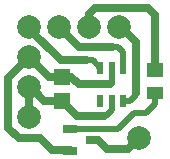
<source format=gtl>
G04 Layer: TopLayer*
G04 EasyEDA v6.5.22, 2023-01-29 16:20:57*
G04 7520cde8495a43b9bb6cbe3639bf649a,cd312f753a894c7fad135853063bf967,10*
G04 Gerber Generator version 0.2*
G04 Scale: 100 percent, Rotated: No, Reflected: No *
G04 Dimensions in millimeters *
G04 leading zeros omitted , absolute positions ,4 integer and 5 decimal *
%FSLAX45Y45*%
%MOMM*%

%AMMACRO1*21,1,$1,$2,0,0,$3*%
%ADD10C,0.7000*%
%ADD11C,0.5000*%
%ADD12R,1.2500X0.7000*%
%ADD13R,0.5500X1.0000*%
%ADD14MACRO1,1.35X1.41X0.0000*%
%ADD15R,1.3500X1.4100*%
%ADD16MACRO1,1.377X1.1325X0.0000*%
%ADD17R,1.3770X1.1325*%
%ADD18C,2.0000*%

%LPD*%
D10*
X1155700Y-1168400D02*
G01*
X1066800Y-1257300D01*
X889000Y-1257300D01*
X812800Y-1181100D01*
X773099Y-1181100D01*
D11*
X573100Y-1086104D02*
G01*
X983995Y-1086104D01*
X1117600Y-952500D01*
X1219200Y-952500D01*
X1295400Y-876300D01*
X1295400Y-785799D01*
D10*
X228600Y-482600D02*
G01*
X50800Y-660400D01*
X50800Y-1079500D01*
X139700Y-1168400D01*
X317500Y-1168400D01*
X419100Y-1270000D01*
X571500Y-1270000D01*
X228600Y-736600D02*
G01*
X228600Y-990600D01*
X508000Y-849299D02*
G01*
X357200Y-849299D01*
X244500Y-736600D01*
X228600Y-736600D01*
X508000Y-649300D02*
G01*
X395300Y-649300D01*
X228600Y-482600D01*
X228600Y-482600D01*
X914400Y-711200D02*
G01*
X647700Y-711200D01*
X585800Y-649300D01*
X508000Y-649300D01*
D11*
X927100Y-571195D02*
G01*
X927100Y-711200D01*
D10*
X736600Y-228600D02*
G01*
X736600Y-114300D01*
X787400Y-63500D01*
X1231900Y-63500D01*
X1295400Y-127000D01*
X1295400Y-585723D01*
D11*
X1022095Y-571245D02*
G01*
X1022095Y-437895D01*
X977900Y-393700D01*
X927100Y-393700D01*
D10*
X482600Y-228600D02*
G01*
X647700Y-393700D01*
X927100Y-393700D01*
D11*
X832104Y-571195D02*
G01*
X768908Y-508000D01*
X711200Y-508000D01*
D10*
X1130300Y-355600D02*
G01*
X1003300Y-228600D01*
X990600Y-228600D01*
X1130300Y-787400D02*
G01*
X1130300Y-368300D01*
X228600Y-241300D02*
G01*
X495300Y-508000D01*
X711200Y-508000D01*
D11*
X1022095Y-851154D02*
G01*
X1079500Y-850900D01*
X1130300Y-800100D01*
X1130300Y-787400D01*
D10*
X863600Y-977900D02*
G01*
X636600Y-977900D01*
X508000Y-849299D01*
D11*
X927100Y-851204D02*
G01*
X927100Y-927100D01*
X876300Y-977900D01*
D12*
G01*
X573100Y-1086104D03*
G01*
X573100Y-1276095D03*
G01*
X773099Y-1181100D03*
D13*
G01*
X832104Y-571195D03*
G01*
X927100Y-571195D03*
G01*
X1022095Y-571195D03*
G01*
X1022095Y-851204D03*
G01*
X927100Y-851204D03*
G01*
X832104Y-851204D03*
D14*
G01*
X508000Y-849302D03*
D15*
G01*
X508000Y-649300D03*
D16*
G01*
X1295400Y-585795D03*
D17*
G01*
X1295400Y-785799D03*
D18*
G01*
X990600Y-228600D03*
G01*
X228600Y-228600D03*
G01*
X482600Y-228600D03*
G01*
X736600Y-228600D03*
G01*
X228600Y-990600D03*
G01*
X228600Y-736600D03*
G01*
X228600Y-482600D03*
G01*
X1155700Y-1168400D03*
M02*

</source>
